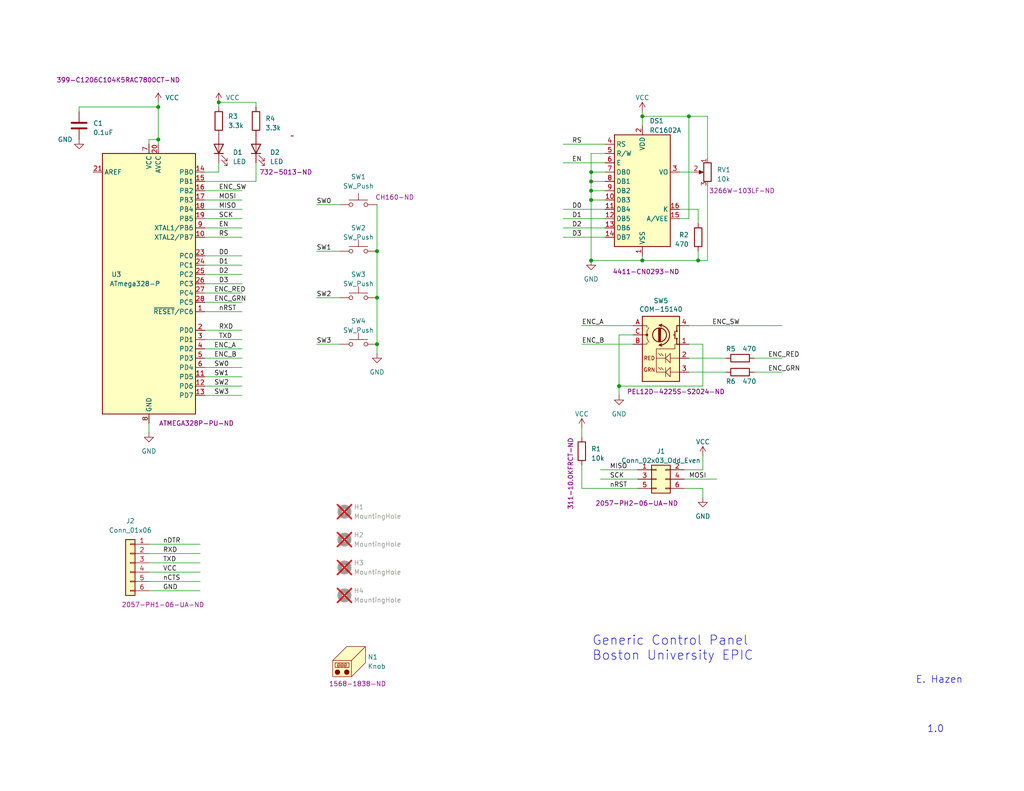
<source format=kicad_sch>
(kicad_sch (version 20231120) (generator "eeschema") (generator_version "8.0")
  (paper "A")
  (lib_symbols
    (symbol "Connector_Generic:Conn_01x06" (pin_names (offset 1.016) hide)
      (property "Reference" "J" (at 0 7.62 0))
      (property "Value" "Conn_01x06" (at 0 -10.16 0))
      (symbol "Conn_01x06_1_1"
        (rectangle (start -1.27 -7.493) (end 0 -7.747) (stroke (width 0.1524)))
        (rectangle (start -1.27 -4.953) (end 0 -5.207) (stroke (width 0.1524)))
        (rectangle (start -1.27 -2.413) (end 0 -2.667) (stroke (width 0.1524)))
        (rectangle (start -1.27 0.127) (end 0 -0.127) (stroke (width 0.1524)))
        (rectangle (start -1.27 2.667) (end 0 2.413) (stroke (width 0.1524)))
        (rectangle (start -1.27 5.207) (end 0 4.953) (stroke (width 0.1524)))
        (rectangle (start -1.27 6.35) (end 1.27 -8.89) (stroke (width 0.254)) (fill (type background)))
        (pin passive line (at -5.08 5.08 0) (length 3.81) (name "Pin_1") (number "1"))
        (pin passive line (at -5.08 2.54 0) (length 3.81) (name "Pin_2") (number "2"))
        (pin passive line (at -5.08 0 0) (length 3.81) (name "Pin_3") (number "3"))
        (pin passive line (at -5.08 -2.54 0) (length 3.81) (name "Pin_4") (number "4"))
        (pin passive line (at -5.08 -5.08 0) (length 3.81) (name "Pin_5") (number "5"))
        (pin passive line (at -5.08 -7.62 0) (length 3.81) (name "Pin_6") (number "6"))
      )
    )
    (symbol "Connector_Generic:Conn_02x03_Odd_Even" (pin_names (offset 1.016) hide)
      (property "Reference" "J" (at 1.27 5.08 0))
      (property "Value" "Conn_02x03_Odd_Even" (at 1.27 -5.08 0))
      (symbol "Conn_02x03_Odd_Even_1_1"
        (rectangle (start -1.27 -2.413) (end 0 -2.667) (stroke (width 0.1524)))
        (rectangle (start -1.27 0.127) (end 0 -0.127) (stroke (width 0.1524)))
        (rectangle (start -1.27 2.667) (end 0 2.413) (stroke (width 0.1524)))
        (rectangle (start -1.27 3.81) (end 3.81 -3.81) (stroke (width 0.254)) (fill (type background)))
        (rectangle (start 3.81 -2.413) (end 2.54 -2.667) (stroke (width 0.1524)))
        (rectangle (start 3.81 0.127) (end 2.54 -0.127) (stroke (width 0.1524)))
        (rectangle (start 3.81 2.667) (end 2.54 2.413) (stroke (width 0.1524)))
        (pin passive line (at -5.08 2.54 0) (length 3.81) (name "Pin_1") (number "1"))
        (pin passive line (at 7.62 2.54 180) (length 3.81) (name "Pin_2") (number "2"))
        (pin passive line (at -5.08 0 0) (length 3.81) (name "Pin_3") (number "3"))
        (pin passive line (at 7.62 0 180) (length 3.81) (name "Pin_4") (number "4"))
        (pin passive line (at -5.08 -2.54 0) (length 3.81) (name "Pin_5") (number "5"))
        (pin passive line (at 7.62 -2.54 180) (length 3.81) (name "Pin_6") (number "6"))
      )
    )
    (symbol "Device:C" (pin_numbers hide) (pin_names (offset 0.254))
      (property "Reference" "C" (at 0.635 2.54 0))
      (property "Value" "C" (at 0.635 -2.54 0))
      (symbol "C_0_1"
        (polyline (pts (xy -2.032 -0.762) (xy 2.032 -0.762)) (stroke (width 0.508)))
        (polyline (pts (xy -2.032 0.762) (xy 2.032 0.762)) (stroke (width 0.508)))
      )
      (symbol "C_1_1"
        (pin passive line (at 0 3.81 270) (length 2.794) (name "~") (number "1"))
        (pin passive line (at 0 -3.81 90) (length 2.794) (name "~") (number "2"))
      )
    )
    (symbol "Device:LED" (pin_numbers hide) (pin_names (offset 1.016) hide)
      (property "Reference" "D" (at 0 2.54 0))
      (property "Value" "LED" (at 0 -2.54 0))
      (symbol "LED_0_1"
        (polyline (pts (xy -1.27 -1.27) (xy -1.27 1.27)) (stroke (width 0.254)))
        (polyline (pts (xy -1.27 0) (xy 1.27 0)))
        (polyline (pts (xy 1.27 -1.27) (xy 1.27 1.27) (xy -1.27 0) (xy 1.27 -1.27)) (stroke (width 0.254)))
        (polyline (pts (xy -3.048 -0.762) (xy -4.572 -2.286) (xy -3.81 -2.286) (xy -4.572 -2.286) (xy -4.572 -1.524)))
        (polyline (pts (xy -1.778 -0.762) (xy -3.302 -2.286) (xy -2.54 -2.286) (xy -3.302 -2.286) (xy -3.302 -1.524)))
      )
      (symbol "LED_1_1"
        (pin passive line (at -3.81 0 0) (length 2.54) (name "K") (number "1"))
        (pin passive line (at 3.81 0 180) (length 2.54) (name "A") (number "2"))
      )
    )
    (symbol "Device:R" (pin_numbers hide) (pin_names (offset 0))
      (property "Reference" "R" (at 2.032 0 90))
      (property "Value" "R" (at 0 0 90))
      (symbol "R_0_1"
        (rectangle (start -1.016 -2.54) (end 1.016 2.54) (stroke (width 0.254)))
      )
      (symbol "R_1_1"
        (pin passive line (at 0 3.81 270) (length 1.27) (name "~") (number "1"))
        (pin passive line (at 0 -3.81 90) (length 1.27) (name "~") (number "2"))
      )
    )
    (symbol "Device:R_Potentiometer" (pin_names (offset 1.016) hide)
      (property "Reference" "RV" (at -4.445 0 90))
      (property "Value" "R_Potentiometer" (at -2.54 0 90))
      (symbol "R_Potentiometer_0_1"
        (polyline (pts (xy 2.54 0) (xy 1.524 0)))
        (polyline (pts (xy 1.143 0) (xy 2.286 0.508) (xy 2.286 -0.508) (xy 1.143 0)) (fill (type outline)))
        (rectangle (start 1.016 2.54) (end -1.016 -2.54) (stroke (width 0.254)))
      )
      (symbol "R_Potentiometer_1_1"
        (pin passive line (at 0 3.81 270) (length 1.27) (name "1") (number "1"))
        (pin passive line (at 3.81 0 180) (length 1.27) (name "2") (number "2"))
        (pin passive line (at 0 -3.81 90) (length 1.27) (name "3") (number "3"))
      )
    )
    (symbol "Display_Character:RC1602A"
      (property "Reference" "U" (at -6.35 16.51 0))
      (property "Value" "RC1602A" (at 2.794 16.51 0))
      (symbol "RC1602A_0_1"
        (rectangle (start -7.62 15.24) (end 7.62 -15.24) (stroke (width 0.254)) (fill (type background)))
      )
      (symbol "RC1602A_1_1"
        (pin power_in line (at 0 -17.78 90) (length 2.54) (name "VSS") (number "1"))
        (pin bidirectional line (at -10.16 -2.54 0) (length 2.54) (name "DB3") (number "10"))
        (pin bidirectional line (at -10.16 -5.08 0) (length 2.54) (name "DB4") (number "11"))
        (pin bidirectional line (at -10.16 -7.62 0) (length 2.54) (name "DB5") (number "12"))
        (pin bidirectional line (at -10.16 -10.16 0) (length 2.54) (name "DB6") (number "13"))
        (pin bidirectional line (at -10.16 -12.7 0) (length 2.54) (name "DB7") (number "14"))
        (pin power_in line (at 10.16 -7.62 180) (length 2.54) (name "A/VEE") (number "15"))
        (pin power_in line (at 10.16 -5.08 180) (length 2.54) (name "K") (number "16"))
        (pin power_in line (at 0 17.78 270) (length 2.54) (name "VDD") (number "2"))
        (pin power_in line (at 10.16 5.08 180) (length 2.54) (name "VO") (number "3"))
        (pin input line (at -10.16 12.7 0) (length 2.54) (name "RS") (number "4"))
        (pin input line (at -10.16 10.16 0) (length 2.54) (name "R/W") (number "5"))
        (pin input line (at -10.16 7.62 0) (length 2.54) (name "E") (number "6"))
        (pin bidirectional line (at -10.16 5.08 0) (length 2.54) (name "DB0") (number "7"))
        (pin bidirectional line (at -10.16 2.54 0) (length 2.54) (name "DB1") (number "8"))
        (pin bidirectional line (at -10.16 0 0) (length 2.54) (name "DB2") (number "9"))
      )
    )
    (symbol "MCU_Microchip_ATmega:ATmega328-P"
      (property "Reference" "U" (at -12.7 36.83 0))
      (property "Value" "ATmega328-P" (at 2.54 -36.83 0))
      (symbol "ATmega328-P_0_1"
        (rectangle (start -12.7 -35.56) (end 12.7 35.56) (stroke (width 0.254)) (fill (type background)))
      )
      (symbol "ATmega328-P_1_1"
        (pin bidirectional line (at 15.24 -7.62 180) (length 2.54) (name "~{RESET}/PC6") (number "1"))
        (pin bidirectional line (at 15.24 12.7 180) (length 2.54) (name "XTAL2/PB7") (number "10"))
        (pin bidirectional line (at 15.24 -25.4 180) (length 2.54) (name "PD5") (number "11"))
        (pin bidirectional line (at 15.24 -27.94 180) (length 2.54) (name "PD6") (number "12"))
        (pin bidirectional line (at 15.24 -30.48 180) (length 2.54) (name "PD7") (number "13"))
        (pin bidirectional line (at 15.24 30.48 180) (length 2.54) (name "PB0") (number "14"))
        (pin bidirectional line (at 15.24 27.94 180) (length 2.54) (name "PB1") (number "15"))
        (pin bidirectional line (at 15.24 25.4 180) (length 2.54) (name "PB2") (number "16"))
        (pin bidirectional line (at 15.24 22.86 180) (length 2.54) (name "PB3") (number "17"))
        (pin bidirectional line (at 15.24 20.32 180) (length 2.54) (name "PB4") (number "18"))
        (pin bidirectional line (at 15.24 17.78 180) (length 2.54) (name "PB5") (number "19"))
        (pin bidirectional line (at 15.24 -12.7 180) (length 2.54) (name "PD0") (number "2"))
        (pin power_in line (at 2.54 38.1 270) (length 2.54) (name "AVCC") (number "20"))
        (pin passive line (at -15.24 30.48 0) (length 2.54) (name "AREF") (number "21"))
        (pin passive line (at 0 -38.1 90) (length 2.54) hide (name "GND") (number "22"))
        (pin bidirectional line (at 15.24 7.62 180) (length 2.54) (name "PC0") (number "23"))
        (pin bidirectional line (at 15.24 5.08 180) (length 2.54) (name "PC1") (number "24"))
        (pin bidirectional line (at 15.24 2.54 180) (length 2.54) (name "PC2") (number "25"))
        (pin bidirectional line (at 15.24 0 180) (length 2.54) (name "PC3") (number "26"))
        (pin bidirectional line (at 15.24 -2.54 180) (length 2.54) (name "PC4") (number "27"))
        (pin bidirectional line (at 15.24 -5.08 180) (length 2.54) (name "PC5") (number "28"))
        (pin bidirectional line (at 15.24 -15.24 180) (length 2.54) (name "PD1") (number "3"))
        (pin bidirectional line (at 15.24 -17.78 180) (length 2.54) (name "PD2") (number "4"))
        (pin bidirectional line (at 15.24 -20.32 180) (length 2.54) (name "PD3") (number "5"))
        (pin bidirectional line (at 15.24 -22.86 180) (length 2.54) (name "PD4") (number "6"))
        (pin power_in line (at 0 38.1 270) (length 2.54) (name "VCC") (number "7"))
        (pin power_in line (at 0 -38.1 90) (length 2.54) (name "GND") (number "8"))
        (pin bidirectional line (at 15.24 15.24 180) (length 2.54) (name "XTAL1/PB6") (number "9"))
      )
    )
    (symbol "Mechanical:Housing" (pin_names (offset 1.016)) (exclude_from_sim yes)
      (property "Reference" "N" (at 3.81 0 0))
      (property "Value" "Housing" (at 3.81 -1.905 0))
      (symbol "Housing_0_1"
        (rectangle (start -5.08 -0.635) (end -1.27 -1.905))
        (circle (center -4.445 -3.175) (radius 0.635) (fill (type outline)))
        (circle (center -1.905 -3.175) (radius 0.635) (fill (type outline)))
        (polyline (pts (xy -4.5212 -1.5748) (xy -4.4704 -1.3716)))
        (polyline (pts (xy -4.4196 -1.6764) (xy -4.064 -1.6764)))
        (polyline (pts (xy -4.4196 -1.2192) (xy -4.3688 -0.9652)))
        (polyline (pts (xy -4.318 -1.3208) (xy -4.0132 -1.3208)))
        (polyline (pts (xy -4.2164 -0.9144) (xy -3.9116 -0.9144)))
        (polyline (pts (xy -3.9116 -1.6256) (xy -3.8608 -1.3716)))
        (polyline (pts (xy -3.81 -1.2192) (xy -3.7592 -0.9652)))
        (polyline (pts (xy -3.6068 -1.5748) (xy -3.556 -1.3716)))
        (polyline (pts (xy -3.5052 -1.6764) (xy -3.1496 -1.6764)))
        (polyline (pts (xy -3.5052 -1.2192) (xy -3.4544 -0.9652)))
        (polyline (pts (xy -3.4036 -1.3208) (xy -3.0988 -1.3208)))
        (polyline (pts (xy -3.302 -0.9144) (xy -2.9972 -0.9144)))
        (polyline (pts (xy -2.9972 -1.6256) (xy -2.9464 -1.3716)))
        (polyline (pts (xy -2.8956 -1.2192) (xy -2.8448 -0.9652)))
        (polyline (pts (xy -2.6924 -1.5748) (xy -2.6416 -1.3716)))
        (polyline (pts (xy -2.5908 -1.6764) (xy -2.2352 -1.6764)))
        (polyline (pts (xy -2.5908 -1.2192) (xy -2.54 -0.9652)))
        (polyline (pts (xy -2.4892 -1.3208) (xy -2.1844 -1.3208)))
        (polyline (pts (xy -2.3876 -0.9144) (xy -2.0828 -0.9144)))
        (polyline (pts (xy -2.0828 -1.6256) (xy -2.032 -1.3716)))
        (polyline (pts (xy -1.9812 -1.2192) (xy -1.9304 -0.9652)))
        (polyline (pts (xy -0.635 0) (xy -0.635 -4.445)))
        (polyline (pts (xy -5.715 0) (xy -0.635 0) (xy 3.175 3.81)))
        (polyline (pts (xy -5.715 0) (xy -5.715 -4.445) (xy -0.635 -4.445) (xy 3.175 -0.635) (xy 3.175 3.81) (xy -1.905 3.81) (xy -5.715 0)) (fill (type background)))
      )
    )
    (symbol "Mechanical:MountingHole" (pin_names (offset 1.016)) (exclude_from_sim yes) (in_bom no)
      (property "Reference" "H" (at 0 5.08 0))
      (property "Value" "MountingHole" (at 0 3.175 0))
      (symbol "MountingHole_0_1"
        (circle (center 0 0) (radius 1.27) (stroke (width 1.27)))
      )
    )
    (symbol "Switch:SW_Push" (pin_numbers hide) (pin_names (offset 1.016) hide)
      (property "Reference" "SW" (at 1.27 2.54 0))
      (property "Value" "SW_Push" (at 0 -1.524 0))
      (symbol "SW_Push_0_1"
        (circle (center -2.032 0) (radius 0.508))
        (polyline (pts (xy 0 1.27) (xy 0 3.048)))
        (polyline (pts (xy 2.54 1.27) (xy -2.54 1.27)))
        (circle (center 2.032 0) (radius 0.508))
        (pin passive line (at -5.08 0 0) (length 2.54) (name "1") (number "1"))
        (pin passive line (at 5.08 0 180) (length 2.54) (name "2") (number "2"))
      )
    )
    (symbol "power:GND" (power) (pin_names (offset 0))
      (property "Value" "GND" (at 0 -3.81 0))
      (symbol "GND_0_1"
        (polyline (pts (xy 0 0) (xy 0 -1.27) (xy 1.27 -1.27) (xy 0 -2.54) (xy -1.27 -1.27) (xy 0 -1.27)))
      )
      (symbol "GND_1_1"
        (pin power_in line (at 0 0 270) (length 0) hide (name "GND") (number "1"))
      )
    )
    (symbol "power:VCC" (power) (pin_names (offset 0))
      (property "Value" "VCC" (at 0 3.81 0))
      (symbol "VCC_0_1"
        (polyline (pts (xy -0.762 1.27) (xy 0 2.54)))
        (polyline (pts (xy 0 0) (xy 0 2.54)))
        (polyline (pts (xy 0 2.54) (xy 0.762 1.27)))
      )
      (symbol "VCC_1_1"
        (pin power_in line (at 0 0 90) (length 0) hide (name "VCC") (number "1"))
      )
    )
    (symbol "tens:COM-15140" (pin_names (offset 0.254) hide)
      (property "Reference" "SW" (at -3.81 7.62 0))
      (property "Value" "COM-15140" (at 6.35 7.62 0))
      (symbol "COM-15140_0_0"
        (polyline (pts (xy 0 -9.525) (xy -0.635 -8.89)))
        (polyline (pts (xy 0 -5.715) (xy -0.635 -5.08)))
        (polyline (pts (xy 0.635 -9.525) (xy 0 -8.89)))
        (polyline (pts (xy 0.635 -5.715) (xy 0 -5.08)))
        (polyline (pts (xy 1.27 -10.16) (xy -1.27 -10.16)))
        (polyline (pts (xy 1.27 -8.89) (xy 1.27 -11.43)))
        (polyline (pts (xy 1.27 -6.35) (xy -1.27 -6.35)))
        (polyline (pts (xy 1.27 -5.08) (xy 1.27 -7.62)))
        (polyline (pts (xy 5.08 -10.16) (xy 2.54 -10.16)))
        (polyline (pts (xy 5.08 -6.35) (xy 2.54 -6.35)))
        (polyline (pts (xy 2.54 -8.89) (xy 2.54 -11.43) (xy 1.27 -10.16) (xy 2.54 -8.89)))
        (polyline (pts (xy 2.54 -5.08) (xy 2.54 -7.62) (xy 1.27 -6.35) (xy 2.54 -5.08)))
        (polyline (pts (xy -1.27 -10.16) (xy -1.27 -6.35) (xy -1.27 -3.81) (xy 3.81 -3.81) (xy 3.81 -2.54) (xy 5.08 -2.54)))
        (text "GRN" (at -3.175 -9.525 0) (effects (font (size 1.016 1.016))))
        (text "RED" (at -3.175 -6.35 0) (effects (font (size 1.016 1.016))))
      )
      (symbol "COM-15140_0_1"
        (rectangle (start -5.08 5.08) (end 5.08 -12.7) (stroke (width 0.254)) (fill (type background)))
        (circle (center -3.81 0) (radius 0.254) (fill (type outline)))
        (arc (start -0.381 -2.794) (mid 2.3376 -0.0635) (end -0.381 2.667) (stroke (width 0.254)))
        (circle (center -0.381 0) (radius 1.905) (stroke (width 0.254)))
        (polyline (pts (xy -0.635 -1.778) (xy -0.635 1.778)) (stroke (width 0.254)))
        (polyline (pts (xy -0.381 -1.778) (xy -0.381 1.778)) (stroke (width 0.254)))
        (polyline (pts (xy -0.127 1.778) (xy -0.127 -1.778)) (stroke (width 0.254)))
        (polyline (pts (xy 3.81 0) (xy 3.429 0)) (stroke (width 0.254)))
        (polyline (pts (xy 3.81 1.016) (xy 3.81 -1.016)) (stroke (width 0.254)))
        (polyline (pts (xy -5.08 -2.54) (xy -3.81 -2.54) (xy -3.81 -2.032)))
        (polyline (pts (xy -5.08 2.54) (xy -3.81 2.54) (xy -3.81 2.032)))
        (polyline (pts (xy 0.254 -3.048) (xy -0.508 -2.794) (xy 0.127 -2.413)) (stroke (width 0.254)))
        (polyline (pts (xy 0.254 2.921) (xy -0.508 2.667) (xy 0.127 2.286)) (stroke (width 0.254)))
        (polyline (pts (xy 5.08 -2.54) (xy 4.318 -2.54) (xy 4.318 -1.016)) (stroke (width 0.254)))
        (polyline (pts (xy 5.08 2.54) (xy 4.318 2.54) (xy 4.318 1.016)) (stroke (width 0.254)))
        (polyline (pts (xy -5.08 0) (xy -3.81 0) (xy -3.81 -1.016) (xy -3.302 -2.032)))
        (polyline (pts (xy -4.318 0) (xy -3.81 0) (xy -3.81 1.016) (xy -3.302 2.032)))
        (circle (center 4.318 -1.016) (radius 0.127) (stroke (width 0.254)))
        (circle (center 4.318 1.016) (radius 0.127) (stroke (width 0.254)))
      )
      (symbol "COM-15140_1_1"
        (pin passive line (at 7.62 -2.54 180) (length 2.54) (name "S2") (number "1"))
        (pin passive line (at 7.62 -6.35 180) (length 2.54) (name "RED") (number "2"))
        (pin passive line (at 7.62 -10.16 180) (length 2.54) (name "GREEN") (number "3"))
        (pin passive line (at 7.62 2.54 180) (length 2.54) (name "S1") (number "4"))
        (pin passive line (at -7.62 2.54 0) (length 2.54) (name "A") (number "A"))
        (pin passive line (at -7.62 -2.54 0) (length 2.54) (name "B") (number "B"))
        (pin passive line (at -7.62 0 0) (length 2.54) (name "C") (number "C"))
      )
    )
  )
  (junction (at 102.87 68.58))
  (junction (at 187.96 31.75))
  (junction (at 102.87 93.98))
  (junction (at 168.91 105.41))
  (junction (at 59.69 27.94))
  (junction (at 43.18 38.1))
  (junction (at 175.26 71.12))
  (junction (at 190.5 71.12))
  (junction (at 161.29 46.99))
  (junction (at 102.87 81.28))
  (junction (at 161.29 71.12))
  (junction (at 43.18 29.21))
  (junction (at 161.29 52.07))
  (junction (at 175.26 31.75))
  (junction (at 161.29 49.53))
  (junction (at 161.29 54.61))
  (wire (pts (xy 40.64 38.1) (xy 43.18 38.1)))
  (wire (pts (xy 165.1 57.15) (xy 153.67 57.15)))
  (wire (pts (xy 165.1 59.69) (xy 153.67 59.69)))
  (wire (pts (xy 43.18 38.1) (xy 43.18 39.37)))
  (wire (pts (xy 191.77 133.35) (xy 191.77 135.89)))
  (wire (pts (xy 190.5 57.15) (xy 185.42 57.15)))
  (wire (pts (xy 205.74 97.79) (xy 213.36 97.79)))
  (wire (pts (xy 165.1 54.61) (xy 161.29 54.61)))
  (wire (pts (xy 59.69 46.99) (xy 55.88 46.99)))
  (wire (pts (xy 191.77 93.98) (xy 191.77 105.41)))
  (wire (pts (xy 165.1 62.23) (xy 153.67 62.23)))
  (wire (pts (xy 187.96 88.9) (xy 213.36 88.9)))
  (wire (pts (xy 189.23 46.99) (xy 185.42 46.99)))
  (wire (pts (xy 168.91 105.41) (xy 191.77 105.41)))
  (wire (pts (xy 175.26 69.85) (xy 175.26 71.12)))
  (wire (pts (xy 21.59 30.48) (xy 21.59 29.21)))
  (wire (pts (xy 55.88 102.87) (xy 66.04 102.87)))
  (wire (pts (xy 55.88 105.41) (xy 66.04 105.41)))
  (wire (pts (xy 55.88 82.55) (xy 66.04 82.55)))
  (wire (pts (xy 43.18 29.21) (xy 43.18 38.1)))
  (wire (pts (xy 186.69 133.35) (xy 191.77 133.35)))
  (wire (pts (xy 55.88 85.09) (xy 66.04 85.09)))
  (wire (pts (xy 102.87 93.98) (xy 102.87 96.52)))
  (wire (pts (xy 55.88 72.39) (xy 66.04 72.39)))
  (wire (pts (xy 59.69 27.94) (xy 69.85 27.94)))
  (wire (pts (xy 55.88 64.77) (xy 66.04 64.77)))
  (wire (pts (xy 40.64 161.29) (xy 54.61 161.29)))
  (wire (pts (xy 158.75 116.84) (xy 158.75 119.38)))
  (wire (pts (xy 55.88 54.61) (xy 66.04 54.61)))
  (wire (pts (xy 102.87 81.28) (xy 102.87 93.98)))
  (wire (pts (xy 172.72 91.44) (xy 168.91 91.44)))
  (wire (pts (xy 161.29 46.99) (xy 161.29 49.53)))
  (wire (pts (xy 168.91 105.41) (xy 168.91 107.95)))
  (wire (pts (xy 187.96 31.75) (xy 175.26 31.75)))
  (wire (pts (xy 55.88 107.95) (xy 66.04 107.95)))
  (wire (pts (xy 86.36 81.28) (xy 92.71 81.28)))
  (wire (pts (xy 40.64 115.57) (xy 40.64 118.11)))
  (wire (pts (xy 205.74 101.6) (xy 213.36 101.6)))
  (wire (pts (xy 165.1 52.07) (xy 161.29 52.07)))
  (wire (pts (xy 55.88 59.69) (xy 66.04 59.69)))
  (wire (pts (xy 187.96 97.79) (xy 198.12 97.79)))
  (wire (pts (xy 55.88 92.71) (xy 66.04 92.71)))
  (wire (pts (xy 161.29 49.53) (xy 161.29 52.07)))
  (wire (pts (xy 165.1 46.99) (xy 161.29 46.99)))
  (wire (pts (xy 161.29 52.07) (xy 161.29 54.61)))
  (wire (pts (xy 86.36 55.88) (xy 92.71 55.88)))
  (wire (pts (xy 55.88 90.17) (xy 66.04 90.17)))
  (wire (pts (xy 40.64 158.75) (xy 54.61 158.75)))
  (wire (pts (xy 187.96 93.98) (xy 191.77 93.98)))
  (wire (pts (xy 40.64 151.13) (xy 54.61 151.13)))
  (wire (pts (xy 193.04 43.18) (xy 193.04 31.75)))
  (wire (pts (xy 55.88 52.07) (xy 66.04 52.07)))
  (wire (pts (xy 86.36 68.58) (xy 92.71 68.58)))
  (wire (pts (xy 161.29 54.61) (xy 161.29 71.12)))
  (wire (pts (xy 168.91 91.44) (xy 168.91 105.41)))
  (wire (pts (xy 21.59 29.21) (xy 43.18 29.21)))
  (wire (pts (xy 86.36 93.98) (xy 92.71 93.98)))
  (wire (pts (xy 165.1 39.37) (xy 153.67 39.37)))
  (wire (pts (xy 40.64 153.67) (xy 54.61 153.67)))
  (wire (pts (xy 55.88 62.23) (xy 66.04 62.23)))
  (wire (pts (xy 158.75 88.9) (xy 172.72 88.9)))
  (wire (pts (xy 186.69 128.27) (xy 191.77 128.27)))
  (wire (pts (xy 55.88 69.85) (xy 66.04 69.85)))
  (wire (pts (xy 40.64 39.37) (xy 40.64 38.1)))
  (wire (pts (xy 163.83 130.81) (xy 173.99 130.81)))
  (wire (pts (xy 193.04 50.8) (xy 193.04 71.12)))
  (wire (pts (xy 59.69 44.45) (xy 59.69 46.99)))
  (wire (pts (xy 191.77 124.46) (xy 191.77 128.27)))
  (wire (pts (xy 69.85 27.94) (xy 69.85 29.21)))
  (wire (pts (xy 55.88 95.25) (xy 66.04 95.25)))
  (wire (pts (xy 102.87 68.58) (xy 102.87 81.28)))
  (wire (pts (xy 163.83 128.27) (xy 173.99 128.27)))
  (wire (pts (xy 165.1 49.53) (xy 161.29 49.53)))
  (wire (pts (xy 190.5 68.58) (xy 190.5 71.12)))
  (wire (pts (xy 40.64 156.21) (xy 54.61 156.21)))
  (wire (pts (xy 40.64 148.59) (xy 54.61 148.59)))
  (wire (pts (xy 165.1 64.77) (xy 153.67 64.77)))
  (wire (pts (xy 165.1 44.45) (xy 153.67 44.45)))
  (wire (pts (xy 186.69 130.81) (xy 195.58 130.81)))
  (wire (pts (xy 102.87 55.88) (xy 102.87 68.58)))
  (wire (pts (xy 185.42 59.69) (xy 187.96 59.69)))
  (wire (pts (xy 55.88 77.47) (xy 66.04 77.47)))
  (wire (pts (xy 158.75 93.98) (xy 172.72 93.98)))
  (wire (pts (xy 187.96 101.6) (xy 198.12 101.6)))
  (wire (pts (xy 190.5 60.96) (xy 190.5 57.15)))
  (wire (pts (xy 69.85 49.53) (xy 69.85 44.45)))
  (wire (pts (xy 55.88 80.01) (xy 66.04 80.01)))
  (wire (pts (xy 161.29 41.91) (xy 161.29 46.99)))
  (wire (pts (xy 158.75 127) (xy 158.75 133.35)))
  (wire (pts (xy 161.29 71.12) (xy 175.26 71.12)))
  (wire (pts (xy 43.18 27.94) (xy 43.18 29.21)))
  (wire (pts (xy 190.5 71.12) (xy 175.26 71.12)))
  (wire (pts (xy 55.88 97.79) (xy 66.04 97.79)))
  (wire (pts (xy 193.04 31.75) (xy 187.96 31.75)))
  (wire (pts (xy 59.69 29.21) (xy 59.69 27.94)))
  (wire (pts (xy 193.04 71.12) (xy 190.5 71.12)))
  (wire (pts (xy 158.75 133.35) (xy 173.99 133.35)))
  (wire (pts (xy 55.88 74.93) (xy 66.04 74.93)))
  (wire (pts (xy 55.88 49.53) (xy 69.85 49.53)))
  (wire (pts (xy 175.26 31.75) (xy 175.26 34.29)))
  (wire (pts (xy 55.88 57.15) (xy 66.04 57.15)))
  (wire (pts (xy 187.96 59.69) (xy 187.96 31.75)))
  (wire (pts (xy 175.26 30.48) (xy 175.26 31.75)))
  (wire (pts (xy 55.88 100.33) (xy 66.04 100.33)))
  (wire (pts (xy 165.1 41.91) (xy 161.29 41.91)))
  (text "E. Hazen" (at 256.286 185.674 0) (effects (font (size 1.905 1.905))))
  (text "Generic Control Panel\nBoston University EPIC" (at 161.544 177.038 0) (effects (font (size 2.54 2.54)) (justify left)))
  (text "1.0" (at 255.27 199.136 0) (effects (font (size 1.905 1.905))))
  (label "RS" (at 59.69 64.77 0))
  (label "D3" (at 158.75 64.77 180))
  (label "MISO" (at 166.37 128.27 0))
  (label "SW2" (at 86.36 81.28 0))
  (label "ENC_B" (at 158.75 93.98 0))
  (label "EN" (at 59.69 62.23 0))
  (label "MISO" (at 59.69 57.15 0))
  (label "D0" (at 59.69 69.85 0))
  (label "RXD" (at 59.69 90.17 0))
  (label "ENC_B" (at 58.42 97.79 0))
  (label "nRST" (at 166.37 133.35 0))
  (label "ENC_SW" (at 194.31 88.9 0))
  (label "ENC_GRN" (at 58.42 82.55 0))
  (label "nDTR" (at 44.45 148.59 0))
  (label "D3" (at 59.69 77.47 0))
  (label "VCC" (at 44.45 156.21 0))
  (label "nRST" (at 59.69 85.09 0))
  (label "D1" (at 59.69 72.39 0))
  (label "TXD" (at 44.45 153.67 0))
  (label "SCK" (at 59.69 59.69 0))
  (label "D2" (at 59.69 74.93 0))
  (label "RXD" (at 44.45 151.13 0))
  (label "ENC_A" (at 158.75 88.9 0))
  (label "EN" (at 158.75 44.45 180))
  (label "ENC_SW" (at 59.69 52.07 0))
  (label "SW2" (at 58.42 105.41 0))
  (label "MOSI" (at 59.69 54.61 0))
  (label "SW0" (at 86.36 55.88 0))
  (label "D0" (at 158.75 57.15 180))
  (label "D1" (at 158.75 59.69 180))
  (label "TXD" (at 59.69 92.71 0))
  (label "GND" (at 44.45 161.29 0))
  (label "SW1" (at 58.42 102.87 0))
  (label "ENC_GRN" (at 209.55 101.6 0))
  (label "ENC_RED" (at 58.42 80.01 0))
  (label "D2" (at 158.75 62.23 180))
  (label "MOSI" (at 187.96 130.81 0))
  (label "SW0" (at 58.42 100.33 0))
  (label "ENC_A" (at 58.42 95.25 0))
  (label "SW3" (at 86.36 93.98 0))
  (label "ENC_RED" (at 209.55 97.79 0))
  (label "SCK" (at 166.37 130.81 0))
  (label "nCTS" (at 44.45 158.75 0))
  (label "SW3" (at 58.42 107.95 0))
  (label "RS" (at 158.75 39.37 180))
  (label "SW1" (at 86.36 68.58 0))
  (symbol (lib_id "Device:R") (at 59.69 33.02 0) (unit 1)
    (property "Reference" "R3" (at 62.23 31.7499 0) (effects (justify left)))
    (property "Value" "3.3k" (at 62.23 34.2899 0) (effects (justify left)))
    (property "Footprint" "Resistor_SMD:R_1206_3216Metric_Pad1.30x1.75mm_HandSolder" (effects (hide yes)))
  )
  (symbol (lib_id "Device:LED") (at 69.85 40.64 90) (unit 1)
    (property "Reference" "D2" (at 73.66 41.5925 90) (effects (justify right)))
    (property "Value" "LED" (at 73.66 44.1325 90) (effects (justify right)))
    (property "Footprint" "LED_THT:LED_D3.0mm" (effects (hide yes)))
    (property "CatNo" "732-5013-ND" (at 77.978 46.99 90))
    (property "MfgNo" "151033RS03000" (effects (hide yes)))
  )
  (symbol (lib_id "MCU_Microchip_ATmega:ATmega328-P") (at 40.64 77.47 0) (unit 1)
    (property "Reference" "U3" (at 31.75 74.93 0))
    (property "Value" "ATmega328-P" (at 36.83 77.47 0))
    (property "Footprint" "Package_DIP:DIP-28_W7.62mm" (effects (hide yes)))
    (property "Datasheet" "http://ww1.microchip.com/downloads/en/DeviceDoc/ATmega328_P%20AVR%20MCU%20with%20picoPower%20Technology%20Data%20Sheet%2040001984A.pdf" (effects (hide yes)))
    (property "CatNo" "ATMEGA328P-PU-ND" (at 53.594 115.57 0))
    (property "MfgNo" "ATMEGA328P-PU" (effects (hide yes)))
  )
  (symbol (lib_id "Display_Character:RC1602A") (at 175.26 52.07 0) (unit 1)
    (property "Reference" "DS1" (at 177.2159 33.02 0) (effects (justify left)))
    (property "Value" "RC1602A" (at 177.2159 35.56 0) (effects (justify left)))
    (property "Footprint" "Display:WC1602A" (effects (hide yes)))
    (property "Datasheet" "http://www.raystar-optronics.com/down.php?ProID=18" (effects (hide yes)))
    (property "CatNo" "4411-CN0293-ND" (at 176.276 74.168 0))
    (property "MfgNo" "CN0293" (effects (hide yes)))
  )
  (symbol (lib_id "Device:R_Potentiometer") (at 193.04 46.99 0) (mirror y) (unit 1)
    (property "Reference" "RV1" (at 195.58 46.355 0) (effects (justify right)))
    (property "Value" "10k" (at 195.58 48.895 0) (effects (justify right)))
    (property "Footprint" "Potentiometer_THT:Potentiometer_Bourns_3266W_Vertical" (effects (hide yes)))
    (property "CatNo" "3266W-103LF-ND" (at 202.438 52.07 0))
    (property "MfgNo" "3266W-1-103LF" (effects (hide yes)))
  )
  (symbol (lib_id "Device:LED") (at 59.69 40.64 90) (unit 1)
    (property "Reference" "D1" (at 63.5 41.5925 90) (effects (justify right)))
    (property "Value" "LED" (at 63.5 44.1325 90) (effects (justify right)))
    (property "Footprint" "LED_THT:LED_D3.0mm" (effects (hide yes)))
    (property "CatNo" "732-5013-ND" (effects (hide yes)))
    (property "MfgNo" "151033RS03000" (effects (hide yes)))
  )
  (symbol (lib_id "power:VCC") (at 175.26 30.48 0) (mirror y) (unit 1)
    (property "Reference" "#PWR04" (effects (hide yes)))
    (property "Value" "VCC" (at 175.26 26.67 0))
  )
  (symbol (lib_id "power:VCC") (at 43.18 27.94 0) (unit 1)
    (property "Reference" "#PWR08" (effects (hide yes)))
    (property "Value" "VCC" (at 46.99 26.67 0))
  )
  (symbol (lib_id "power:VCC") (at 59.69 27.94 0) (unit 1)
    (property "Reference" "#PWR09" (effects (hide yes)))
    (property "Value" "VCC" (at 63.5 26.67 0))
  )
  (symbol (lib_id "Mechanical:MountingHole") (at 93.98 147.32 0) (unit 1) (exclude_from_sim yes) (in_bom no) (dnp yes)
    (property "Reference" "H2" (at 96.52 146.0499 0) (effects (justify left)))
    (property "Value" "MountingHole" (at 96.52 148.5899 0) (effects (justify left)))
    (property "Footprint" "my_mtg_hole:mtg_hole_4-40" (effects (hide yes)))
    (property "Description" "Mounting Hole without connection" (effects (hide yes)))
  )
  (symbol (lib_id "power:GND") (at 191.77 135.89 0) (unit 1)
    (property "Reference" "#PWR03" (effects (hide yes)))
    (property "Value" "GND" (at 191.77 140.97 0))
  )
  (symbol (lib_id "Mechanical:MountingHole") (at 93.98 154.94 0) (unit 1) (exclude_from_sim yes) (in_bom no) (dnp yes)
    (property "Reference" "H3" (at 96.52 153.6699 0) (effects (justify left)))
    (property "Value" "MountingHole" (at 96.52 156.2099 0) (effects (justify left)))
    (property "Footprint" "my_mtg_hole:mtg_hole_4-40" (effects (hide yes)))
    (property "Description" "Mounting Hole without connection" (effects (hide yes)))
  )
  (symbol (lib_id "Device:C") (at 21.59 34.29 0) (unit 1)
    (property "Reference" "C1" (at 25.4 33.655 0) (effects (justify left)))
    (property "Value" "0.1uF" (at 25.4 36.195 0) (effects (justify left)))
    (property "Footprint" "Capacitor_SMD:C_1206_3216Metric_Pad1.33x1.80mm_HandSolder" (effects (hide yes)))
    (property "CatNo" "399-C1206C104K5RAC7800CT-ND" (at 32.258 21.844 0))
    (property "MfgNo" "C1206C104K5RAC7800" (effects (hide yes)))
  )
  (symbol (lib_id "power:GND") (at 21.59 38.1 0) (unit 1)
    (property "Reference" "#PWR06" (effects (hide yes)))
    (property "Value" "GND" (at 17.78 38.1 0))
  )
  (symbol (lib_id "Switch:SW_Push") (at 97.79 93.98 0) (unit 1)
    (property "Reference" "SW4" (at 97.79 87.63 0))
    (property "Value" "SW_Push" (at 97.79 90.17 0))
    (property "Footprint" "my_cherry:SW_Cherry_MX_1.00u_PCB" (effects (hide yes)))
    (property "CatNo" "CH160-ND" (effects (hide yes)))
    (property "MfgNo" "MX1A-11NW" (effects (hide yes)))
  )
  (symbol (lib_id "power:GND") (at 40.64 118.11 0) (unit 1)
    (property "Reference" "#PWR07" (effects (hide yes)))
    (property "Value" "GND" (at 40.64 123.19 0))
  )
  (symbol (lib_id "Device:R") (at 69.85 33.02 0) (unit 1)
    (property "Reference" "R4" (at 72.39 32.385 0) (effects (justify left)))
    (property "Value" "3.3k" (at 72.39 34.925 0) (effects (justify left)))
    (property "Footprint" "Resistor_SMD:R_1206_3216Metric_Pad1.30x1.75mm_HandSolder" (effects (hide yes)))
    (property "CatNo" "~" (at 79.756 37.084 0))
  )
  (symbol (lib_id "power:GND") (at 102.87 96.52 0) (mirror y) (unit 1)
    (property "Reference" "#PWR010" (effects (hide yes)))
    (property "Value" "GND" (at 102.87 101.6 0))
  )
  (symbol (lib_id "Device:R") (at 201.93 101.6 90) (unit 1)
    (property "Reference" "R6" (at 199.39 104.14 90))
    (property "Value" "470" (at 204.47 104.14 90))
    (property "Footprint" "Resistor_SMD:R_1206_3216Metric_Pad1.30x1.75mm_HandSolder" (effects (hide yes)))
    (property "CatNo" "A106077CT-ND" (effects (hide yes)))
    (property "MfgNo" "CRG1206F470R" (effects (hide yes)))
  )
  (symbol (lib_id "Mechanical:MountingHole") (at 93.98 162.56 0) (unit 1) (exclude_from_sim yes) (in_bom no) (dnp yes)
    (property "Reference" "H4" (at 96.52 161.2899 0) (effects (justify left)))
    (property "Value" "MountingHole" (at 96.52 163.8299 0) (effects (justify left)))
    (property "Footprint" "my_mtg_hole:mtg_hole_4-40" (effects (hide yes)))
    (property "Description" "Mounting Hole without connection" (effects (hide yes)))
  )
  (symbol (lib_id "Connector_Generic:Conn_02x03_Odd_Even") (at 179.07 130.81 0) (unit 1)
    (property "Reference" "J1" (at 180.34 123.19 0))
    (property "Value" "Conn_02x03_Odd_Even" (at 180.34 125.73 0))
    (property "Footprint" "Connector_PinHeader_2.54mm:PinHeader_2x03_P2.54mm_Vertical" (effects (hide yes)))
    (property "CatNo" "2057-PH2-06-UA-ND" (at 173.736 137.414 0))
    (property "MfgNo" "PH2-06-UA" (effects (hide yes)))
  )
  (symbol (lib_id "power:VCC") (at 191.77 124.46 0) (unit 1)
    (property "Reference" "#PWR02" (effects (hide yes)))
    (property "Value" "VCC" (at 191.77 120.65 0))
  )
  (symbol (lib_id "Switch:SW_Push") (at 97.79 81.28 0) (unit 1)
    (property "Reference" "SW3" (at 97.79 74.93 0))
    (property "Value" "SW_Push" (at 97.79 77.47 0))
    (property "Footprint" "my_cherry:SW_Cherry_MX_1.00u_PCB" (effects (hide yes)))
    (property "CatNo" "CH160-ND" (effects (hide yes)))
    (property "MfgNo" "MX1A-11NW" (effects (hide yes)))
  )
  (symbol (lib_id "Mechanical:Housing") (at 96.52 180.34 0) (unit 1) (exclude_from_sim yes)
    (property "Reference" "N1" (at 100.33 179.3874 0) (effects (justify left)))
    (property "Value" "Knob" (at 100.33 181.9274 0) (effects (justify left)))
    (property "Description" "Housing" (effects (hide yes)))
    (property "CatNo" "1568-1838-ND" (at 97.536 186.69 0))
    (property "MfgNo" "COM-10597" (effects (hide yes)))
  )
  (symbol (lib_id "Mechanical:MountingHole") (at 93.98 139.7 0) (unit 1) (exclude_from_sim yes) (in_bom no) (dnp yes)
    (property "Reference" "H1" (at 96.52 138.4299 0) (effects (justify left)))
    (property "Value" "MountingHole" (at 96.52 140.9699 0) (effects (justify left)))
    (property "Footprint" "my_mtg_hole:mtg_hole_4-40" (effects (hide yes)))
    (property "Description" "Mounting Hole without connection" (effects (hide yes)))
  )
  (symbol (lib_id "tens:COM-15140") (at 180.34 91.44 0) (unit 1)
    (property "Reference" "SW5" (at 180.34 82.1182 0))
    (property "Value" "COM-15140" (at 180.34 84.4296 0))
    (property "Footprint" "my_footprints:rotary-RG-3D" (effects (hide yes)))
    (property "CatNo" "PEL12D-4225S-S2024-ND" (at 184.404 106.934 0))
    (property "Vendor" "SparkFun" (effects (hide yes)))
    (property "MfgNo" "PEL12D-4225S-S2024" (effects (hide yes)))
  )
  (symbol (lib_id "Device:R") (at 190.5 64.77 0) (mirror y) (unit 1)
    (property "Reference" "R2" (at 187.96 64.135 0) (effects (justify left)))
    (property "Value" "470" (at 187.96 66.675 0) (effects (justify left)))
    (property "Footprint" "Resistor_SMD:R_1206_3216Metric_Pad1.30x1.75mm_HandSolder" (effects (hide yes)))
    (property "CatNo" "A106077CT-ND" (effects (hide yes)))
    (property "MfgNo" "CRG1206F470R" (effects (hide yes)))
  )
  (symbol (lib_id "Device:R") (at 158.75 123.19 0) (unit 1)
    (property "Reference" "R1" (at 161.29 122.555 0) (effects (justify left)))
    (property "Value" "10k" (at 161.29 125.095 0) (effects (justify left)))
    (property "Footprint" "Resistor_SMD:R_1206_3216Metric_Pad1.30x1.75mm_HandSolder" (effects (hide yes)))
    (property "CatNo" "311-10.0KFRCT-ND" (at 155.702 129.286 90))
    (property "MfgNo" "RC1206FR-0710KL" (effects (hide yes)))
  )
  (symbol (lib_id "Switch:SW_Push") (at 97.79 55.88 0) (unit 1)
    (property "Reference" "SW1" (at 97.79 48.26 0))
    (property "Value" "SW_Push" (at 97.79 50.8 0))
    (property "Footprint" "my_cherry:SW_Cherry_MX_1.00u_PCB" (effects (hide yes)))
    (property "CatNo" "CH160-ND" (at 107.696 53.848 0))
    (property "MfgNo" "MX1A-11NW" (effects (hide yes)))
  )
  (symbol (lib_id "power:GND") (at 161.29 71.12 0) (mirror y) (unit 1)
    (property "Reference" "#PWR05" (effects (hide yes)))
    (property "Value" "GND" (at 161.29 76.2 0))
  )
  (symbol (lib_id "power:GND") (at 168.91 107.95 0) (mirror y) (unit 1)
    (property "Reference" "#PWR011" (effects (hide yes)))
    (property "Value" "GND" (at 168.91 113.03 0))
  )
  (symbol (lib_id "Device:R") (at 201.93 97.79 90) (mirror x) (unit 1)
    (property "Reference" "R5" (at 199.39 95.25 90))
    (property "Value" "470" (at 204.47 95.25 90))
    (property "Footprint" "Resistor_SMD:R_1206_3216Metric_Pad1.30x1.75mm_HandSolder" (effects (hide yes)))
    (property "CatNo" "A106077CT-ND" (effects (hide yes)))
    (property "MfgNo" "CRG1206F470R" (effects (hide yes)))
  )
  (symbol (lib_id "Connector_Generic:Conn_01x06") (at 35.56 153.67 0) (mirror y) (unit 1)
    (property "Reference" "J2" (at 35.56 142.24 0))
    (property "Value" "Conn_01x06" (at 35.56 144.78 0))
    (property "Footprint" "Connector_PinHeader_2.54mm:PinHeader_1x06_P2.54mm_Vertical" (effects (hide yes)))
    (property "Description" "Generic connector, single row, 01x06, script generated (kicad-library-utils/schlib/autogen/connector/)" (effects (hide yes)))
    (property "CatNo" "2057-PH1-06-UA-ND" (at 44.45 165.1 0))
    (property "MfgNo" "PH1-06-UA" (effects (hide yes)))
  )
  (symbol (lib_id "power:VCC") (at 158.75 116.84 0) (unit 1)
    (property "Reference" "#PWR01" (effects (hide yes)))
    (property "Value" "VCC" (at 158.75 113.03 0))
  )
  (symbol (lib_id "Switch:SW_Push") (at 97.79 68.58 0) (unit 1)
    (property "Reference" "SW2" (at 97.79 62.23 0))
    (property "Value" "SW_Push" (at 97.79 64.77 0))
    (property "Footprint" "my_cherry:SW_Cherry_MX_1.00u_PCB" (effects (hide yes)))
    (property "CatNo" "CH160-ND" (effects (hide yes)))
    (property "MfgNo" "MX1A-11NW" (effects (hide yes)))
  )
)
</source>
